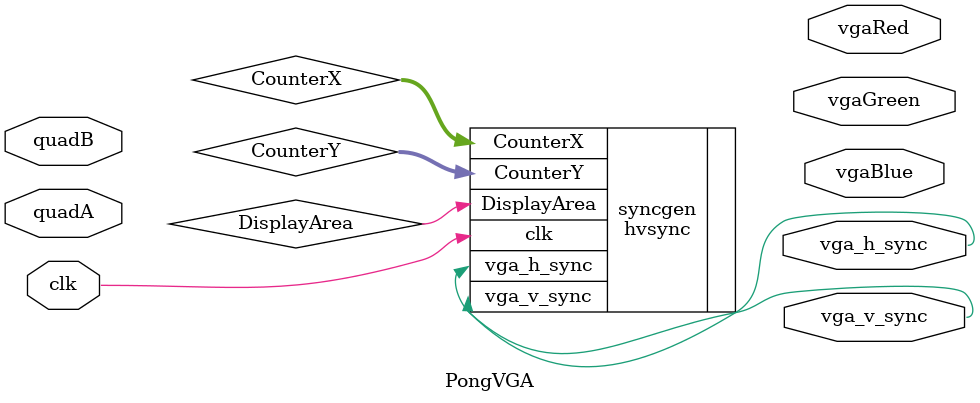
<source format=sv>
module PongVGA(input logic clk, quadA, quadB,
					output logic vga_h_sync, vga_v_sync, 
					output logic vgaRed, vgaBlue, vgaGreen);
					//clk is clock, quadA is..., quadB is...
					//vga_h_sync is the horizontal edge
					//vga_v_sync is the vertical edge
					//vgaRed/Green/Blue are for the colored pixels
					
	logic [9:0] CounterX;//pulled in from the sync
	logic [8:0] CounterY;
	logic DisplayArea;//Display signals, all internal here. 
	
	//linking with the hvsync
	hvsync syncgen(.clk(clk),.vga_h_sync(vga_h_sync),.vga_v_sync(vga_v_sync),
						.DisplayArea(DisplayArea),.CounterX(CounterX),.CounterY(CounterY));
	
	logic [8:0] PaddlePosition; //The padde position
	logic [2:0] quadAr, quadBr;//?
	
	always_ff @(posedge clk)
		quadAr <= {quadAr[1:0], quadA};
	always_ff @(posedge clk)
		quadBr <= {quadBr[1:0], quadB};
	
	always_ff @(posedge clk)
		if(quadAr[2] ^ quadAr[1] ^ quadBr[2] ^ quadBr[1])
		begin
			if(quadAr[2] ^ quadBr[1])
			begin
				if(~&PaddlePosition) //make sure the values doesnt overflow
					PaddlePosition <= PaddlePosition +1;
			end
			else
			begin
				if(|PaddlePosition) //make sure the value doesnt overflow
					PaddlePosition <= PaddlePosition-1;
			end
		end
	
endmodule
	
</source>
